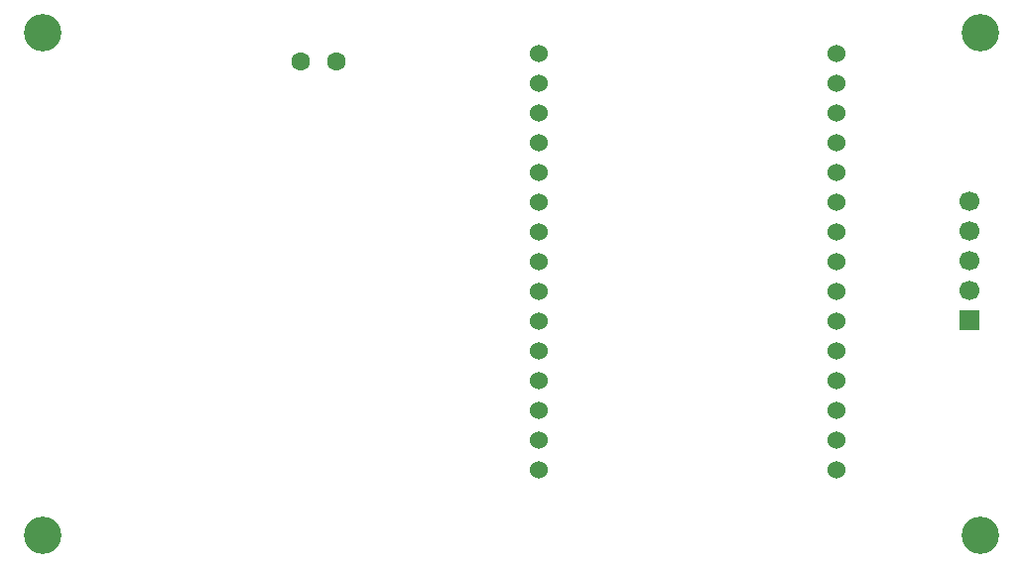
<source format=gbs>
%TF.GenerationSoftware,KiCad,Pcbnew,9.0.7*%
%TF.CreationDate,2026-02-09T12:59:15-05:00*%
%TF.ProjectId,led-planets,6c65642d-706c-4616-9e65-74732e6b6963,rev?*%
%TF.SameCoordinates,Original*%
%TF.FileFunction,Soldermask,Bot*%
%TF.FilePolarity,Negative*%
%FSLAX46Y46*%
G04 Gerber Fmt 4.6, Leading zero omitted, Abs format (unit mm)*
G04 Created by KiCad (PCBNEW 9.0.7) date 2026-02-09 12:59:15*
%MOMM*%
%LPD*%
G01*
G04 APERTURE LIST*
%ADD10C,3.200000*%
%ADD11R,1.700000X1.700000*%
%ADD12C,1.700000*%
%ADD13C,1.524000*%
%ADD14C,1.600000*%
G04 APERTURE END LIST*
D10*
%TO.C,H2*%
X130000000Y-52000000D03*
%TD*%
D11*
%TO.C,J3*%
X129000000Y-76580000D03*
D12*
X129000000Y-74040000D03*
X129000000Y-71500000D03*
X129000000Y-68960000D03*
X129000000Y-66420000D03*
%TD*%
D10*
%TO.C,H4*%
X130000000Y-95000000D03*
%TD*%
D13*
%TO.C,U2*%
X117700000Y-89375000D03*
X117700000Y-86835000D03*
X117700000Y-84295000D03*
X117700000Y-81755000D03*
X117700000Y-79215000D03*
X117700000Y-76675000D03*
X117700000Y-74135000D03*
X117700000Y-71595000D03*
X117700000Y-69055000D03*
X117700000Y-66515000D03*
X117700000Y-63975000D03*
X117700000Y-61435000D03*
X117700000Y-58895000D03*
X117700000Y-56355000D03*
X117700000Y-53815000D03*
X92300000Y-53815000D03*
X92300000Y-56355000D03*
X92300000Y-58895000D03*
X92300000Y-61435000D03*
X92300000Y-63975000D03*
X92300000Y-66515000D03*
X92300000Y-69055000D03*
X92300000Y-71595000D03*
X92300000Y-74135000D03*
X92300000Y-76675000D03*
X92300000Y-79215000D03*
X92300000Y-81755000D03*
X92300000Y-84295000D03*
X92300000Y-86835000D03*
X92300000Y-89375000D03*
%TD*%
D10*
%TO.C,H3*%
X50000000Y-95000000D03*
%TD*%
D14*
%TO.C,R10*%
X75000000Y-54500000D03*
X72000000Y-54500000D03*
%TD*%
D10*
%TO.C,H1*%
X50000000Y-52000000D03*
%TD*%
M02*

</source>
